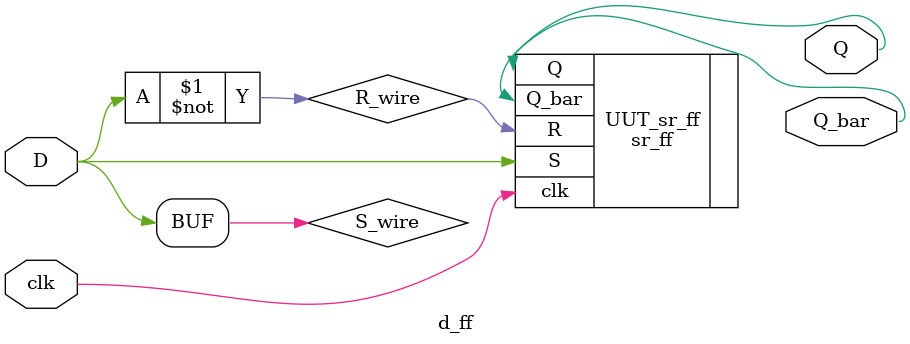
<source format=v>
module d_ff(
    input D,
    input clk,
    output Q,
    output Q_bar
);

    wire S_wire;
    wire R_wire;

    assign S_wire = D;

    not (R_wire, D);

    sr_ff UUT_sr_ff (
        .S(S_wire),
        .R(R_wire),
        .clk(clk),
        .Q(Q),
        .Q_bar(Q_bar)
    );

endmodule


</source>
